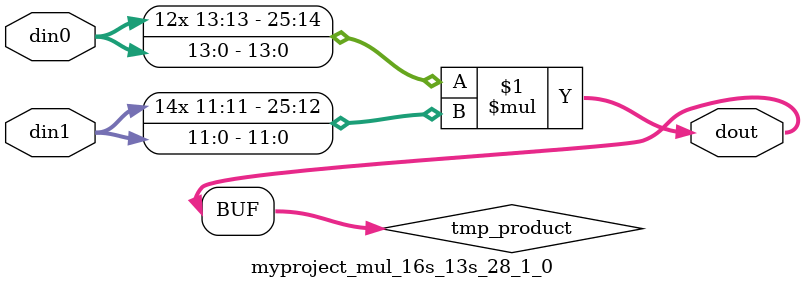
<source format=v>

`timescale 1 ns / 1 ps

  module myproject_mul_16s_13s_28_1_0(din0, din1, dout);
parameter ID = 1;
parameter NUM_STAGE = 0;
parameter din0_WIDTH = 14;
parameter din1_WIDTH = 12;
parameter dout_WIDTH = 26;

input [din0_WIDTH - 1 : 0] din0; 
input [din1_WIDTH - 1 : 0] din1; 
output [dout_WIDTH - 1 : 0] dout;

wire signed [dout_WIDTH - 1 : 0] tmp_product;













assign tmp_product = $signed(din0) * $signed(din1);








assign dout = tmp_product;







endmodule

</source>
